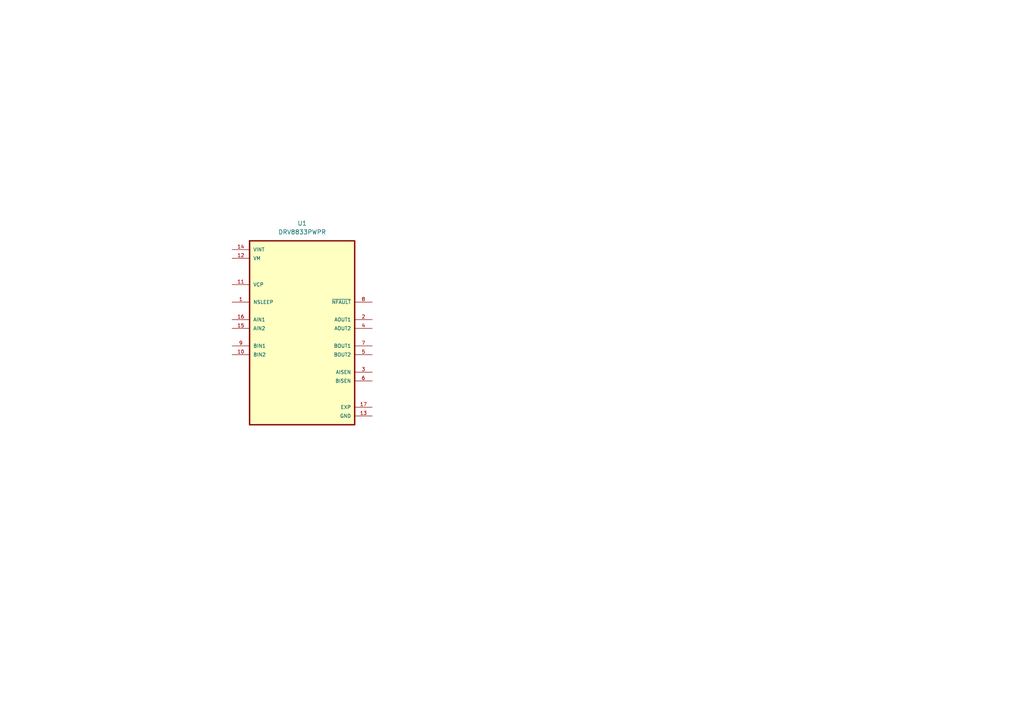
<source format=kicad_sch>
(kicad_sch (version 20250114) (generator "eeschema") (generator_version "9.0")
  (paper "A4")
  (title_block (date "2025-03-23") (rev "v0") (company "University of Cape Town") (comment 3 "HNYPHI001, OWNHAN001") (comment 4 "Phila Haanyama, Hannah Owen"))
  (lib_symbols
    (symbol "DRV8833PWPR[1]:DRV8833PWPR" (pin_names (offset 1.016))
      (property "Reference" "U" (at -15.24 28.94 0))
      (property "Value" "DRV8833PWPR" (at -15.24 -29.4 0))
      (symbol "DRV8833PWPR_0_0"
        (rectangle (start -15.24 -25.4) (end 15.24 27.94) (stroke (width 0.41)) (fill (type background)))
        (pin power_in line (at -20.32 25.4 0) (length 5.08) (name "VINT") (number "14"))
        (pin power_in line (at -20.32 22.86 0) (length 5.08) (name "VM") (number "12"))
        (pin bidirectional line (at -20.32 15.24 0) (length 5.08) (name "VCP") (number "11"))
        (pin input line (at -20.32 10.16 0) (length 5.08) (name "NSLEEP") (number "1"))
        (pin input line (at -20.32 5.08 0) (length 5.08) (name "AIN1") (number "16"))
        (pin input line (at -20.32 2.54 0) (length 5.08) (name "AIN2") (number "15"))
        (pin input line (at -20.32 -2.54 0) (length 5.08) (name "BIN1") (number "9"))
        (pin input line (at -20.32 -5.08 0) (length 5.08) (name "BIN2") (number "10"))
        (pin output line (at 20.32 10.16 180) (length 5.08) (name "~{NFAULT}") (number "8"))
        (pin output line (at 20.32 5.08 180) (length 5.08) (name "AOUT1") (number "2"))
        (pin output line (at 20.32 2.54 180) (length 5.08) (name "AOUT2") (number "4"))
        (pin output line (at 20.32 -2.54 180) (length 5.08) (name "BOUT1") (number "7"))
        (pin output line (at 20.32 -5.08 180) (length 5.08) (name "BOUT2") (number "5"))
        (pin bidirectional line (at 20.32 -10.16 180) (length 5.08) (name "AISEN") (number "3"))
        (pin bidirectional line (at 20.32 -12.7 180) (length 5.08) (name "BISEN") (number "6"))
        (pin passive line (at 20.32 -20.32 180) (length 5.08) (name "EXP") (number "17"))
        (pin power_in line (at 20.32 -22.86 180) (length 5.08) (name "GND") (number "13"))
      )
    )
  )
  (symbol (lib_id "DRV8833PWPR[1]:DRV8833PWPR") (at 87.63 97.79 0) (unit 1)
    (property "Reference" "U1" (at 87.63 64.77 0))
    (property "Value" "DRV8833PWPR" (at 87.63 67.31 0))
    (property "Footprint" "DRV8833PWPR:IC_DRV8833PWPR" (effects (hide yes)))
    (property "MF" "Texas Instruments" (effects (hide yes)))
    (property "MOUSER-PURCHASE-URL" "https://snapeda.com/shop?store=Mouser&id=377881" (effects (hide yes)))
    (property "DESCRIPTION" "10.8-V, 2-A dual H-bridge motor driver with current regulation 16-HTSSOP -40 to 85" (effects (hide yes)))
    (property "PACKAGE" "HTSSOP-16 Texas Instruments" (effects (hide yes)))
    (property "Price" "None" (effects (hide yes)))
    (property "PRICE" "None" (effects (hide yes)))
    (property "Package" "HTSSOP-16 Texas Instruments" (effects (hide yes)))
    (property "Check_prices" "https://www.snapeda.com/parts/DRV8833PWPR/Texas+Instruments/view-part/?ref=eda" (effects (hide yes)))
    (property "STANDARD" "Manufacturer Recommendations" (effects (hide yes)))
    (property "PARTREV" "E" (effects (hide yes)))
    (property "SnapEDA_Link" "https://www.snapeda.com/parts/DRV8833PWPR/Texas+Instruments/view-part/?ref=snap" (effects (hide yes)))
    (property "MP" "DRV8833PWPR" (effects (hide yes)))
    (property "TEXAS_INSTRUMENTS-PURCHASE-URL" "https://snapeda.com/shop?store=Texas+Instruments&id=377881" (effects (hide yes)))
    (property "MAXIMUM_PACKAGE_HEIGHT" "1.2mm" (effects (hide yes)))
    (property "Description_1" "10.8-V, 2-A dual H-bridge motor driver with current regulation" (effects (hide yes)))
    (property "Availability" "In Stock" (effects (hide yes)))
    (property "AVAILABILITY" "Warning" (effects (hide yes)))
    (property "DIGIKEY-PURCHASE-URL" "https://snapeda.com/shop?store=DigiKey&id=377881" (effects (hide yes)))
    (property "MANUFACTURER" "Texas Instruments" (effects (hide yes)))
  )
)
</source>
